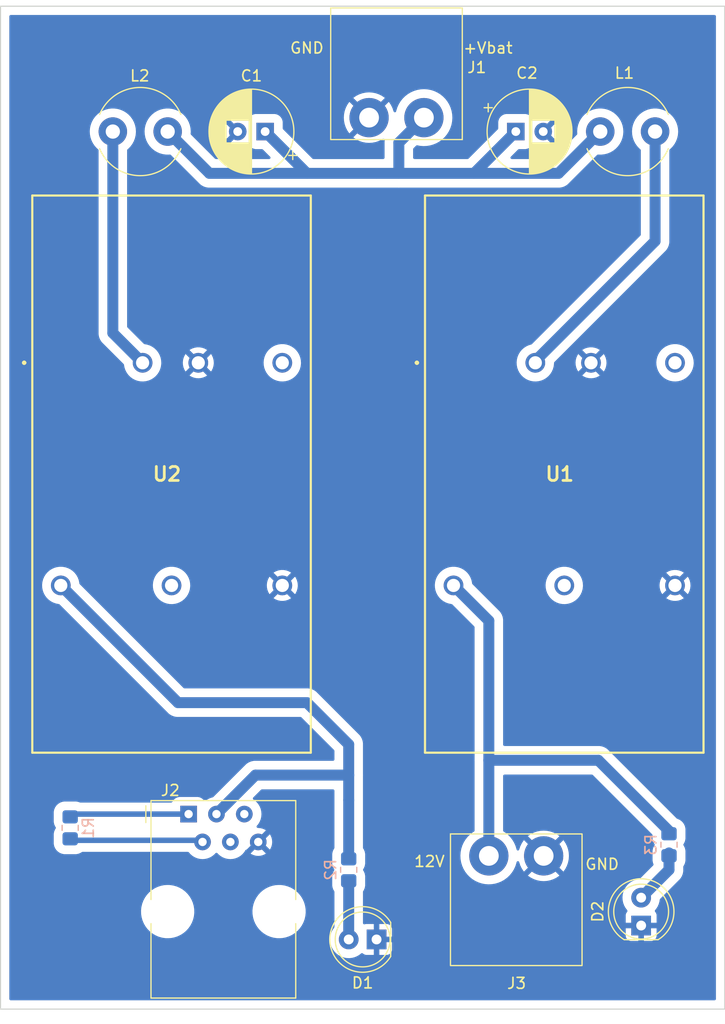
<source format=kicad_pcb>
(kicad_pcb (version 20211014) (generator pcbnew)
  (layers (0 "F.Cu" signal) (31 "B.Cu" signal) (34 "B.Paste" user) (35 "F.Paste" user) (36 "B.SilkS" user "B.Silkscreen") (37 "F.SilkS" user "F.Silkscreen") (38 "B.Mask" user) (39 "F.Mask" user) (44 "Edge.Cuts" user))
  (net 0 "")
  (net 1 "V_batt")
  (net 2 "GND")
  (net 3 "+12V")
  (net 4 "CAN_L")
  (net 5 "CAN_H")
  (net 6 "+5V")
  (net 7 "Net-(D1-Pad2)")
  (net 8 "Net-(D2-Pad2)")
  (net 9 "Net-(L1-Pad2)")
  (net 10 "Net-(L2-Pad2)")
  (footprint "LED_THT:LED_D5.0mm" (layer "F.Cu") (at 138.43 110.49 180)
    (fp_text reference "D1" (at 1.27 -3.96) (layer "F.SilkS"))
    (fp_text value "LED")
    (fp_line (start -1.29 -1.545) (end -1.29 1.545) (layer "F.SilkS") (width 0.12))
    (fp_arc (start -1.29 -1.54483) (mid 2.072002 -2.880433) (end 4.26 0.000462) (layer "F.SilkS") (width 0.12))
    (fp_arc (start 4.26 -0.000462) (mid 2.072002 2.880433) (end -1.29 1.54483) (layer "F.SilkS") (width 0.12))
    (fp_circle (center 1.27 0) (end 3.77 0) (layer "F.SilkS") (width 0.12) (fill none))
    (pad "1" thru_hole rect (at 0 0 180) (size 1.8 1.8) (drill 0.9) (layers *.Cu *.Mask) (net 2 "GND"))
    (pad "2" thru_hole circle (at 2.54 0 180) (size 1.8 1.8) (drill 0.9) (layers *.Cu *.Mask) (net 7 "Net-(D1-Pad2)"))
  )
  (footprint "Inductor_THT:L_Radial_D7.8mm_P5.00mm_Fastron_07HCP" (layer "F.Cu") (at 158.83 36.83)
    (fp_text reference "L1" (at 2.206 -5.334) (layer "F.SilkS"))
    (fp_text value "12u")
    (fp_arc (start 6.20497 1.56) (mid 2.5 4.02) (end -1.20497 1.56) (layer "F.SilkS") (width 0.12))
    (fp_arc (start -1.20497 -1.56) (mid 2.5 -4.02) (end 6.20497 -1.56) (layer "F.SilkS") (width 0.12))
    (pad "1" thru_hole circle (at 0 0) (size 2.6 2.6) (drill 1.3) (layers *.Cu *.Mask) (net 1 "V_batt"))
    (pad "2" thru_hole circle (at 5 0) (size 2.6 2.6) (drill 1.3) (layers *.Cu *.Mask) (net 9 "Net-(L1-Pad2)"))
  )
  (footprint "Robot:RJ12" (layer "F.Cu") (at 121.29 99.06)
    (fp_text reference "J2" (at -1.67 -2.16) (layer "F.SilkS"))
    (fp_text value "RJ_can")
    (fp_line (start -3.43 -1.23) (end 9.77 -1.23) (layer "F.SilkS") (width 0.12))
    (fp_line (start 9.77 16.77) (end -3.43 16.77) (layer "F.SilkS") (width 0.12))
    (fp_line (start -3.43 7.72) (end -3.43 7.79) (layer "F.SilkS") (width 0.1))
    (fp_line (start -3.43 7.79) (end -3.43 -1.23) (layer "F.SilkS") (width 0.12))
    (fp_line (start 9.77 -1.23) (end 9.77 7.79) (layer "F.SilkS") (width 0.12))
    (fp_line (start 9.77 16.77) (end 9.77 9.99) (layer "F.SilkS") (width 0.12))
    (fp_line (start -3.9 0.77) (end -3.9 -0.76) (layer "F.SilkS") (width 0.12))
    (fp_line (start 9.77 16.65) (end 9.77 16.77) (layer "F.SilkS") (width 0.1))
    (fp_line (start -3.43 16.77) (end -3.43 9.99) (layer "F.SilkS") (width 0.12))
    (fp_line (start 9.77 16.76) (end 9.77 16.77) (layer "F.SilkS") (width 0.1))
    (pad "" np_thru_hole circle (at 8.25 8.89) (size 3.25 3.25) (drill 3.25) (layers *.Cu *.Mask))
    (pad "" np_thru_hole circle (at -1.91 8.89) (size 3.25 3.25) (drill 3.25) (layers *.Cu *.Mask))
    (pad "1" thru_hole rect (at 0 0) (size 1.52 1.52) (drill 0.76) (layers *.Cu *.Mask) (net 4 "CAN_L"))
    (pad "2" thru_hole circle (at 1.27 2.54) (size 1.52 1.52) (drill 0.76) (layers *.Cu *.Mask) (net 5 "CAN_H"))
    (pad "3" thru_hole circle (at 2.54 0) (size 1.52 1.52) (drill 0.76) (layers *.Cu *.Mask) (net 6 "+5V"))
    (pad "4" thru_hole circle (at 3.81 2.54) (size 1.52 1.52) (drill 0.76) (layers *.Cu *.Mask))
    (pad "5" thru_hole circle (at 5.08 0) (size 1.52 1.52) (drill 0.76) (layers *.Cu *.Mask))
    (pad "6" thru_hole circle (at 6.35 2.54) (size 1.52 1.52) (drill 0.76) (layers *.Cu *.Mask) (net 2 "GND"))
  )
  (footprint "LED_THT:LED_D5.0mm" (layer "F.Cu") (at 162.56 109.22 90)
    (fp_text reference "D2" (at 1.27 -3.96 90) (layer "F.SilkS"))
    (fp_text value "LED")
    (fp_line (start -1.29 -1.545) (end -1.29 1.545) (layer "F.SilkS") (width 0.12))
    (fp_arc (start -1.29 -1.54483) (mid 2.072002 -2.880433) (end 4.26 0.000462) (layer "F.SilkS") (width 0.12))
    (fp_arc (start 4.26 -0.000462) (mid 2.072002 2.880433) (end -1.29 1.54483) (layer "F.SilkS") (width 0.12))
    (fp_circle (center 1.27 0) (end 3.77 0) (layer "F.SilkS") (width 0.12) (fill none))
    (pad "1" thru_hole rect (at 0 0 90) (size 1.8 1.8) (drill 0.9) (layers *.Cu *.Mask) (net 2 "GND"))
    (pad "2" thru_hole circle (at 2.54 0 90) (size 1.8 1.8) (drill 0.9) (layers *.Cu *.Mask) (net 8 "Net-(D2-Pad2)"))
  )
  (footprint "alimentation:JCK2012S05" (layer "F.Cu") (at 117.094 57.912)
    (fp_text reference "U2" (at 2.22 10.15) (layer "F.SilkS") (effects (font (size 1.27 1.27) (thickness 0.254))))
    (fp_text value "JCK2012S05" hide)
    (fp_line (start -10.7 0) (end -10.7 0) (layer "F.SilkS") (width 0.2))
    (fp_line (start 15.34 -15.25) (end 15.34 35.55) (layer "F.SilkS") (width 0.2))
    (fp_line (start -10.7 0) (end -10.7 0) (layer "F.SilkS") (width 0.2))
    (fp_line (start -10.9 0) (end -10.9 0) (layer "F.SilkS") (width 0.2))
    (fp_line (start -10.06 -15.25) (end 15.34 -15.25) (layer "F.SilkS") (width 0.2))
    (fp_line (start 15.34 35.55) (end -10.06 35.55) (layer "F.SilkS") (width 0.2))
    (fp_line (start -10.06 35.55) (end -10.06 -15.25) (layer "F.SilkS") (width 0.2))
    (fp_arc (start -10.9 0) (mid -10.8 -0.1) (end -10.7 0) (layer "F.SilkS") (width 0.2))
    (fp_arc (start -10.9 0) (mid -10.8 -0.1) (end -10.7 0) (layer "F.SilkS") (width 0.2))
    (fp_arc (start -10.7 0) (mid -10.8 0.1) (end -10.9 0) (layer "F.SilkS") (width 0.2))
    (pad "1" thru_hole circle (at 0 0) (size 1.8 1.8) (drill 1.2) (layers *.Cu *.Mask) (net 10 "Net-(L2-Pad2)"))
    (pad "2" thru_hole circle (at 5.08 0) (size 1.8 1.8) (drill 1.2) (layers *.Cu *.Mask) (net 2 "GND"))
    (pad "3" thru_hole circle (at -7.46 20.3) (size 1.8 1.8) (drill 1.2) (layers *.Cu *.Mask) (net 6 "+5V"))
    (pad "4" thru_hole circle (at 2.64 20.3) (size 1.8 1.8) (drill 1.2) (layers *.Cu *.Mask))
    (pad "5" thru_hole circle (at 12.74 20.3) (size 1.8 1.8) (drill 1.2) (layers *.Cu *.Mask) (net 2 "GND"))
    (pad "6" thru_hole circle (at 12.74 0) (size 1.8 1.8) (drill 1.2) (layers *.Cu *.Mask))
  )
  (footprint "Capacitor_THT:CP_Radial_D7.5mm_P2.50mm" (layer "F.Cu") (at 151.13 36.83)
    (fp_text reference "C2" (at 1.016 -5.334) (layer "F.SilkS"))
    (fp_text value "330u")
    (fp_line (start 2.251 1.04) (end 2.251 3.699) (layer "F.SilkS") (width 0.12))
    (fp_line (start 1.93 -3.77) (end 1.93 -1.04) (layer "F.SilkS") (width 0.12))
    (fp_line (start 2.171 -3.72) (end 2.171 -1.04) (layer "F.SilkS") (width 0.12))
    (fp_line (start 2.851 1.04) (end 2.851 3.484) (layer "F.SilkS") (width 0.12))
    (fp_line (start 3.371 -3.198) (end 3.371 -1.04) (layer "F.SilkS") (width 0.12))
    (fp_line (start 2.691 1.04) (end 2.691 3.553) (layer "F.SilkS") (width 0.12))
    (fp_line (start 1.37 -3.829) (end 1.37 3.829) (layer "F.SilkS") (width 0.12))
    (fp_line (start 3.531 -3.088) (end 3.531 -1.04) (layer "F.SilkS") (width 0.12))
    (fp_line (start 2.131 -3.729) (end 2.131 -1.04) (layer "F.SilkS") (width 0.12))
    (fp_line (start 2.171 1.04) (end 2.171 3.72) (layer "F.SilkS") (width 0.12))
    (fp_line (start 2.691 -3.553) (end 2.691 -1.04) (layer "F.SilkS") (width 0.12))
    (fp_line (start 5.011 -0.877) (end 5.011 0.877) (layer "F.SilkS") (width 0.12))
    (fp_line (start 2.491 -3.626) (end 2.491 -1.04) (layer "F.SilkS") (width 0.12))
    (fp_line (start 2.611 1.04) (end 2.611 3.584) (layer "F.SilkS") (width 0.12))
    (fp_line (start 2.731 -3.536) (end 2.731 -1.04) (layer "F.SilkS") (width 0.12))
    (fp_line (start 1.85 1.04) (end 1.85 3.784) (layer "F.SilkS") (width 0.12))
    (fp_line (start 4.331 -2.304) (end 4.331 2.304) (layer "F.SilkS") (width 0.12))
    (fp_line (start 1.81 -3.79) (end 1.81 -1.04) (layer "F.SilkS") (width 0.12))
    (fp_line (start 3.931 -2.752) (end 3.931 2.752) (layer "F.SilkS") (width 0.12))
    (fp_line (start 2.371 1.04) (end 2.371 3.665) (layer "F.SilkS") (width 0.12))
    (fp_line (start 3.051 1.04) (end 3.051 3.386) (layer "F.SilkS") (width 0.12))
    (fp_line (start 4.811 -1.478) (end 4.811 1.478) (layer "F.SilkS") (width 0.12))
    (fp_line (start 1.25 -3.83) (end 1.25 3.83) (layer "F.SilkS") (width 0.12))
    (fp_line (start 3.331 -3.224) (end 3.331 -1.04) (layer "F.SilkS") (width 0.12))
    (fp_line (start 2.891 1.04) (end 2.891 3.466) (layer "F.SilkS") (width 0.12))
    (fp_line (start 3.611 -3.028) (end 3.611 3.028) (layer "F.SilkS") (width 0.12))
    (fp_line (start 3.211 1.04) (end 3.211 3.297) (layer "F.SilkS") (width 0.12))
    (fp_line (start 3.251 1.04) (end 3.251 3.274) (layer "F.SilkS") (width 0.12))
    (fp_line (start 1.85 -3.784) (end 1.85 -1.04) (layer "F.SilkS") (width 0.12))
    (fp_line (start 1.77 -3.795) (end 1.77 -1.04) (layer "F.SilkS") (width 0.12))
    (fp_line (start 5.051 -0.693) (end 5.051 0.693) (layer "F.SilkS") (width 0.12))
    (fp_line (start 3.851 -2.827) (end 3.851 2.827) (layer "F.SilkS") (width 0.12))
    (fp_line (start 2.771 1.04) (end 2.771 3.52) (layer "F.SilkS") (width 0.12))
    (fp_line (start 2.651 1.04) (end 2.651 3.568) (layer "F.SilkS") (width 0.12))
    (fp_line (start 4.211 -2.454) (end 4.211 2.454) (layer "F.SilkS") (width 0.12))
    (fp_line (start 2.091 -3.738) (end 2.091 -1.04) (layer "F.SilkS") (width 0.12))
    (fp_line (start 1.89 -3.777) (end 1.89 -1.04) (layer "F.SilkS") (width 0.12))
    (fp_line (start 1.49 -3.823) (end 1.49 -1.04) (layer "F.SilkS") (width 0.12))
    (fp_line (start 2.811 1.04) (end 2.811 3.502) (layer "F.SilkS") (width 0.12))
    (fp_line (start 4.851 -1.381) (end 4.851 1.381) (layer "F.SilkS") (width 0.12))
    (fp_line (start 3.291 1.04) (end 3.291 3.249) (layer "F.SilkS") (width 0.12))
    (fp_line (start 2.211 1.04) (end 2.211 3.71) (layer "F.SilkS") (width 0.12))
    (fp_line (start 5.091 -0.441) (end 5.091 0.441) (layer "F.SilkS") (width 0.12))
    (fp_line (start 4.371 -2.25) (end 4.371 2.25) (layer "F.SilkS") (width 0.12))
    (fp_line (start 2.571 1.04) (end 2.571 3.598) (layer "F.SilkS") (width 0.12))
    (fp_line (start 1.49 1.04) (end 1.49 3.823) (layer "F.SilkS") (width 0.12))
    (fp_line (start 2.411 1.04) (end 2.411 3.653) (layer "F.SilkS") (width 0.12))
    (fp_line (start 4.291 -2.355) (end 4.291 2.355) (layer "F.SilkS") (width 0.12))
    (fp_line (start 2.491 1.04) (end 2.491 3.626) (layer "F.SilkS") (width 0.12))
    (fp_line (start 3.091 1.04) (end 3.091 3.365) (layer "F.SilkS") (width 0.12))
    (fp_line (start 1.57 -3.817) (end 1.57 -1.04) (layer "F.SilkS") (width 0.12))
    (fp_line (start 4.051 -2.632) (end 4.051 2.632) (layer "F.SilkS") (width 0.12))
    (fp_line (start 1.61 1.04) (end 1.61 3.814) (layer "F.SilkS") (width 0.12))
    (fp_line (start 2.811 -3.502) (end 2.811 -1.04) (layer "F.SilkS") (width 0.12))
    (fp_line (start 4.451 -2.137) (end 4.451 2.137) (layer "F.SilkS") (width 0.12))
    (fp_line (start 1.65 -3.81) (end 1.65 -1.04) (layer "F.SilkS") (width 0.12))
    (fp_line (start 1.61 -3.814) (end 1.61 -1.04) (layer "F.SilkS") (width 0.12))
    (fp_line (start 3.371 1.04) (end 3.371 3.198) (layer "F.SilkS") (width 0.12))
    (fp_line (start 2.571 -3.598) (end 2.571 -1.04) (layer "F.SilkS") (width 0.12))
    (fp_line (start 3.131 -3.343) (end 3.131 -1.04) (layer "F.SilkS") (width 0.12))
    (fp_line (start 4.491 -2.077) (end 4.491 2.077) (layer "F.SilkS") (width 0.12))
    (fp_line (start 3.491 -3.116) (end 3.491 -1.04) (layer "F.SilkS") (width 0.12))
    (fp_line (start 2.731 1.04) (end 2.731 3.536) (layer "F.SilkS") (width 0.12))
    (fp_line (start 2.011 -3.755) (end 2.011 -1.04) (layer "F.SilkS") (width 0.12))
    (fp_line (start 3.491 1.04) (end 3.491 3.116) (layer "F.SilkS") (width 0.12))
    (fp_line (start 2.011 1.04) (end 2.011 3.755) (layer "F.SilkS") (width 0.12))
    (fp_line (start 2.891 -3.466) (end 2.891 -1.04) (layer "F.SilkS") (width 0.12))
    (fp_line (start 4.091 -2.589) (end 4.091 2.589) (layer "F.SilkS") (width 0.12))
    (fp_line (start 3.051 -3.386) (end 3.051 -1.04) (layer "F.SilkS") (width 0.12))
    (fp_line (start 3.171 1.04) (end 3.171 3.321) (layer "F.SilkS") (width 0.12))
    (fp_line (start 2.771 -3.52) (end 2.771 -1.04) (layer "F.SilkS") (width 0.12))
    (fp_line (start 2.051 -3.747) (end 2.051 -1.04) (layer "F.SilkS") (width 0.12))
    (fp_line (start 3.091 -3.365) (end 3.091 -1.04) (layer "F.SilkS") (width 0.12))
    (fp_line (start -2.517211 -2.55) (end -2.517211 -1.8) (layer "F.SilkS") (width 0.12))
    (fp_line (start 2.531 -3.613) (end 2.531 -1.04) (layer "F.SilkS") (width 0.12))
    (fp_line (start 3.771 -2.898) (end 3.771 2.898) (layer "F.SilkS") (width 0.12))
    (fp_line (start 2.931 1.04) (end 2.931 3.447) (layer "F.SilkS") (width 0.12))
    (fp_line (start 4.651 -1.809) (end 4.651 1.809) (layer "F.SilkS") (width 0.12))
    (fp_line (start 4.131 -2.546) (end 4.131 2.546) (layer "F.SilkS") (width 0.12))
    (fp_line (start 3.971 -2.713) (end 3.971 2.713) (layer "F.SilkS") (width 0.12))
    (fp_line (start 2.971 -3.427) (end 2.971 -1.04) (layer "F.SilkS") (width 0.12))
    (fp_line (start 1.971 -3.763) (end 1.971 -1.04) (layer "F.SilkS") (width 0.12))
    (fp_line (start 1.41 -3.827) (end 1.41 3.827) (layer "F.SilkS") (width 0.12))
    (fp_line (start 1.57 1.04) (end 1.57 3.817) (layer "F.SilkS") (width 0.12))
    (fp_line (start 4.611 -1.881) (end 4.611 1.881) (layer "F.SilkS") (width 0.12))
    (fp_line (start 3.411 1.04) (end 3.411 3.172) (layer "F.SilkS") (width 0.12))
    (fp_line (start -2.892211 -2.175) (end -2.142211 -2.175) (layer "F.SilkS") (width 0.12))
    (fp_line (start 1.77 1.04) (end 1.77 3.795) (layer "F.SilkS") (width 0.12))
    (fp_line (start 3.531 1.04) (end 3.531 3.088) (layer "F.SilkS") (width 0.12))
    (fp_line (start 1.73 -3.801) (end 1.73 -1.04) (layer "F.SilkS") (width 0.12))
    (fp_line (start 1.93 1.04) (end 1.93 3.77) (layer "F.SilkS") (width 0.12))
    (fp_line (start 1.33 -3.83) (end 1.33 3.83) (layer "F.SilkS") (width 0.12))
    (fp_line (start 4.171 -2.5) (end 4.171 2.5) (layer "F.SilkS") (width 0.12))
    (fp_line (start 2.451 1.04) (end 2.451 3.64) (layer "F.SilkS") (width 0.12))
    (fp_line (start 3.411 -3.172) (end 3.411 -1.04) (layer "F.SilkS") (width 0.12))
    (fp_line (start 2.291 -3.688) (end 2.291 -1.04) (layer "F.SilkS") (width 0.12))
    (fp_line (start 3.171 -3.321) (end 3.171 -1.04) (layer "F.SilkS") (width 0.12))
    (fp_line (start 2.971 1.04) (end 2.971 3.427) (layer "F.SilkS") (width 0.12))
    (fp_line (start 4.691 -1.733) (end 4.691 1.733) (layer "F.SilkS") (width 0.12))
    (fp_line (start 4.251 -2.405) (end 4.251 2.405) (layer "F.SilkS") (width 0.12))
    (fp_line (start 4.411 -2.195) (end 4.411 2.195) (layer "F.SilkS") (width 0.12))
    (fp_line (start 3.451 1.04) (end 3.451 3.144) (layer "F.SilkS") (width 0.12))
    (fp_line (start 4.931 -1.158) (end 4.931 1.158) (layer "F.SilkS") (width 0.12))
    (fp_line (start 2.331 -3.677) (end 2.331 -1.04) (layer "F.SilkS") (width 0.12))
    (fp_line (start 3.731 -2.931) (end 3.731 2.931) (layer "F.SilkS") (width 0.12))
    (fp_line (start 3.251 -3.274) (end 3.251 -1.04) (layer "F.SilkS") (width 0.12))
    (fp_line (start 2.131 1.04) (end 2.131 3.729) (layer "F.SilkS") (width 0.12))
    (fp_line (start 2.291 1.04) (end 2.291 3.688) (layer "F.SilkS") (width 0.12))
    (fp_line (start 3.651 -2.996) (end 3.651 2.996) (layer "F.SilkS") (width 0.12))
    (fp_line (start 2.451 -3.64) (end 2.451 -1.04) (layer "F.SilkS") (width 0.12))
    (fp_line (start 1.65 1.04) (end 1.65 3.81) (layer "F.SilkS") (width 0.12))
    (fp_line (start 4.731 -1.654) (end 4.731 1.654) (layer "F.SilkS") (width 0.12))
    (fp_line (start 3.211 -3.297) (end 3.211 -1.04) (layer "F.SilkS") (width 0.12))
    (fp_line (start 4.571 -1.949) (end 4.571 1.949) (layer "F.SilkS") (width 0.12))
    (fp_line (start 1.73 1.04) (end 1.73 3.801) (layer "F.SilkS") (width 0.12))
    (fp_line (start 2.051 1.04) (end 2.051 3.747) (layer "F.SilkS") (width 0.12))
    (fp_line (start 3.571 -3.058) (end 3.571 3.058) (layer "F.SilkS") (width 0.12))
    (fp_line (start 4.891 -1.275) (end 4.891 1.275) (layer "F.SilkS") (width 0.12))
    (fp_line (start 1.971 1.04) (end 1.971 3.763) (layer "F.SilkS") (width 0.12))
    (fp_line (start 2.251 -3.699) (end 2.251 -1.04) (layer "F.SilkS") (width 0.12))
    (fp_line (start 3.451 -3.144) (end 3.451 -1.04) (layer "F.SilkS") (width 0.12))
    (fp_line (start 2.931 -3.447) (end 2.931 -1.04) (layer "F.SilkS") (width 0.12))
    (fp_line (start 1.89 1.04) (end 1.89 3.777) (layer "F.SilkS") (width 0.12))
    (fp_line (start 2.531 1.04) (end 2.531 3.613) (layer "F.SilkS") (width 0.12))
    (fp_line (start 3.131 1.04) (end 3.131 3.343) (layer "F.SilkS") (width 0.12))
    (fp_line (start 2.411 -3.653) (end 2.411 -1.04) (layer "F.SilkS") (width 0.12))
    (fp_line (start 3.691 -2.964) (end 3.691 2.964) (layer "F.SilkS") (width 0.12))
    (fp_line (start 3.811 -2.863) (end 3.811 2.863) (layer "F.SilkS") (width 0.12))
    (fp_line (start 4.771 -1.569) (end 4.771 1.569) (layer "F.SilkS") (width 0.12))
    (fp_line (start 1.81 1.04) (end 1.81 3.79) (layer "F.SilkS") (width 0.12))
    (fp_line (start 2.851 -3.484) (end 2.851 -1.04) (layer "F.SilkS") (width 0.12))
    (fp_line (start 2.651 -3.568) (end 2.651 -1.04) (layer "F.SilkS") (width 0.12))
    (fp_line (start 1.53 -3.82) (end 1.53 -1.04) (layer "F.SilkS") (width 0.12))
    (fp_line (start 4.531 -2.014) (end 4.531 2.014) (layer "F.SilkS") (width 0.12))
    (fp_line (start 2.211 -3.71) (end 2.211 -1.04) (layer "F.SilkS") (width 0.12))
    (fp_line (start 3.331 1.04) (end 3.331 3.224) (layer "F.SilkS") (width 0.12))
    (fp_line (start 1.45 -3.825) (end 1.45 3.825) (layer "F.SilkS") (width 0.12))
    (fp_line (start 1.53 1.04) (end 1.53 3.82) (layer "F.SilkS") (width 0.12))
    (fp_line (start 3.891 -2.79) (end 3.891 2.79) (layer "F.SilkS") (width 0.12))
    (fp_line (start 4.011 -2.673) (end 4.011 2.673) (layer "F.SilkS") (width 0.12))
    (fp_line (start 2.371 -3.665) (end 2.371 -1.04) (layer "F.SilkS") (width 0.12))
    (fp_line (start 1.69 1.04) (end 1.69 3.805) (layer "F.SilkS") (width 0.12))
    (fp_line (start 1.29 -3.83) (end 1.29 3.83) (layer "F.SilkS") (width 0.12))
    (fp_line (start 3.291 -3.249) (end 3.291 -1.04) (layer "F.SilkS") (width 0.12))
    (fp_line (start 2.091 1.04) (end 2.091 3.738) (layer "F.SilkS") (width 0.12))
    (fp_line (start 3.011 1.04) (end 3.011 3.407) (layer "F.SilkS") (width 0.12))
    (fp_line (start 2.331 1.04) (end 2.331 3.677) (layer "F.SilkS") (width 0.12))
    (fp_line (start 2.611 -3.584) (end 2.611 -1.04) (layer "F.SilkS") (width 0.12))
    (fp_line (start 3.011 -3.407) (end 3.011 -1.04) (layer "F.SilkS") (width 0.12))
    (fp_line (start 1.69 -3.805) (end 1.69 -1.04) (layer "F.SilkS") (width 0.12))
    (fp_line (start 4.971 -1.028) (end 4.971 1.028) (layer "F.SilkS") (width 0.12))
    (fp_circle (center 1.25 0) (end 5.12 0) (layer "F.SilkS") (width 0.12) (fill none))
    (pad "1" thru_hole rect (at 0 0) (size 1.6 1.6) (drill 0.8) (layers *.Cu *.Mask) (net 1 "V_batt"))
    (pad "2" thru_hole circle (at 2.5 0) (size 1.6 1.6) (drill 0.8) (layers *.Cu *.Mask) (net 2 "GND"))
  )
  (footprint "Inductor_THT:L_Radial_D7.8mm_P5.00mm_Fastron_07HCP" (layer "F.Cu") (at 119.38 36.83 180)
    (fp_text reference "L2" (at 2.54 5.08) (layer "F.SilkS"))
    (fp_text value "12u")
    (fp_arc (start 6.20497 1.56) (mid 2.5 4.02) (end -1.20497 1.56) (layer "F.SilkS") (width 0.12))
    (fp_arc (start -1.20497 -1.56) (mid 2.5 -4.02) (end 6.20497 -1.56) (layer "F.SilkS") (width 0.12))
    (pad "1" thru_hole circle (at 0 0 180) (size 2.6 2.6) (drill 1.3) (layers *.Cu *.Mask) (net 1 "V_batt"))
    (pad "2" thru_hole circle (at 5 0 180) (size 2.6 2.6) (drill 1.3) (layers *.Cu *.Mask) (net 10 "Net-(L2-Pad2)"))
  )
  (footprint "alimentation:JCK2012S05" (layer "F.Cu") (at 152.908 57.912)
    (fp_text reference "U1" (at 2.22 10.15) (layer "F.SilkS") (effects (font (size 1.27 1.27) (thickness 0.254))))
    (fp_text value "JCK2012S12" hide)
    (fp_line (start -10.7 0) (end -10.7 0) (layer "F.SilkS") (width 0.2))
    (fp_line (start 15.34 35.55) (end -10.06 35.55) (layer "F.SilkS") (width 0.2))
    (fp_line (start 15.34 -15.25) (end 15.34 35.55) (layer "F.SilkS") (width 0.2))
    (fp_line (start -10.9 0) (end -10.9 0) (layer "F.SilkS") (width 0.2))
    (fp_line (start -10.7 0) (end -10.7 0) (layer "F.SilkS") (width 0.2))
    (fp_line (start -10.06 35.55) (end -10.06 -15.25) (layer "F.SilkS") (width 0.2))
    (fp_line (start -10.06 -15.25) (end 15.34 -15.25) (layer "F.SilkS") (width 0.2))
    (fp_arc (start -10.9 0) (mid -10.8 -0.1) (end -10.7 0) (layer "F.SilkS") (width 0.2))
    (fp_arc (start -10.9 0) (mid -10.8 -0.1) (end -10.7 0) (layer "F.SilkS") (width 0.2))
    (fp_arc (start -10.7 0) (mid -10.8 0.1) (end -10.9 0) (layer "F.SilkS") (width 0.2))
    (pad "1" thru_hole circle (at 0 0) (size 1.8 1.8) (drill 1.2) (layers *.Cu *.Mask) (net 9 "Net-(L1-Pad2)"))
    (pad "2" thru_hole circle (at 5.08 0) (size 1.8 1.8) (drill 1.2) (layers *.Cu *.Mask) (net 2 "GND"))
    (pad "3" thru_hole circle (at -7.46 20.3) (size 1.8 1.8) (drill 1.2) (layers *.Cu *.Mask) (net 3 "+12V"))
    (pad "4" thru_hole circle (at 2.64 20.3) (size 1.8 1.8) (drill 1.2) (layers *.Cu *.Mask))
    (pad "5" thru_hole circle (at 12.74 20.3) (size 1.8 1.8) (drill 1.2) (layers *.Cu *.Mask) (net 2 "GND"))
    (pad "6" thru_hole circle (at 12.74 0) (size 1.8 1.8) (drill 1.2) (layers *.Cu *.Mask))
  )
  (footprint "Robot:WR_TBL_3137_2pins" (layer "F.Cu") (at 140.2155 31.56 180)
    (fp_text reference "J1" (at -7.3585 0.572 unlocked) (layer "F.SilkS"))
    (fp_text value "connector_battery")
    (fp_rect (start -6.0325 -6) (end 5.9675 6) (layer "F.SilkS") (width 0.12) (fill none))
    (pad "1" thru_hole circle (at -2.5325 -4) (size 3.58 3.58) (drill 1.8) (layers *.Cu *.Mask) (net 1 "V_batt"))
    (pad "2" thru_hole circle (at 2.4675 -4) (size 3.58 3.58) (drill 1.8) (layers *.Cu *.Mask) (net 2 "GND"))
  )
  (footprint "Capacitor_THT:CP_Radial_D7.5mm_P2.50mm" (layer "F.Cu") (at 128.27 36.83 180)
    (fp_text reference "C1" (at 1.25 5.08) (layer "F.SilkS"))
    (fp_text value "330u")
    (fp_line (start 2.691 -3.553) (end 2.691 -1.04) (layer "F.SilkS") (width 0.12))
    (fp_line (start 4.251 -2.405) (end 4.251 2.405) (layer "F.SilkS") (width 0.12))
    (fp_line (start 1.73 1.04) (end 1.73 3.801) (layer "F.SilkS") (width 0.12))
    (fp_line (start 3.331 -3.224) (end 3.331 -1.04) (layer "F.SilkS") (width 0.12))
    (fp_line (start 3.971 -2.713) (end 3.971 2.713) (layer "F.SilkS") (width 0.12))
    (fp_line (start 1.971 -3.763) (end 1.971 -1.04) (layer "F.SilkS") (width 0.12))
    (fp_line (start 1.57 -3.817) (end 1.57 -1.04) (layer "F.SilkS") (width 0.12))
    (fp_line (start 4.451 -2.137) (end 4.451 2.137) (layer "F.SilkS") (width 0.12))
    (fp_line (start 2.491 1.04) (end 2.491 3.626) (layer "F.SilkS") (width 0.12))
    (fp_line (start 2.451 -3.64) (end 2.451 -1.04) (layer "F.SilkS") (width 0.12))
    (fp_line (start 2.811 1.04) (end 2.811 3.502) (layer "F.SilkS") (width 0.12))
    (fp_line (start 3.011 1.04) (end 3.011 3.407) (layer "F.SilkS") (width 0.12))
    (fp_line (start 1.49 -3.823) (end 1.49 -1.04) (layer "F.SilkS") (width 0.12))
    (fp_line (start 3.571 -3.058) (end 3.571 3.058) (layer "F.SilkS") (width 0.12))
    (fp_line (start 1.53 1.04) (end 1.53 3.82) (layer "F.SilkS") (width 0.12))
    (fp_line (start 4.371 -2.25) (end 4.371 2.25) (layer "F.SilkS") (width 0.12))
    (fp_line (start 2.211 1.04) (end 2.211 3.71) (layer "F.SilkS") (width 0.12))
    (fp_line (start 2.931 -3.447) (end 2.931 -1.04) (layer "F.SilkS") (width 0.12))
    (fp_line (start 4.891 -1.275) (end 4.891 1.275) (layer "F.SilkS") (width 0.12))
    (fp_line (start 4.131 -2.546) (end 4.131 2.546) (layer "F.SilkS") (width 0.12))
    (fp_line (start 4.851 -1.381) (end 4.851 1.381) (layer "F.SilkS") (width 0.12))
    (fp_line (start 3.291 1.04) (end 3.291 3.249) (layer "F.SilkS") (width 0.12))
    (fp_line (start 1.61 1.04) (end 1.61 3.814) (layer "F.SilkS") (width 0.12))
    (fp_line (start 3.091 1.04) (end 3.091 3.365) (layer "F.SilkS") (width 0.12))
    (fp_line (start 1.37 -3.829) (end 1.37 3.829) (layer "F.SilkS") (width 0.12))
    (fp_line (start 3.091 -3.365) (end 3.091 -1.04) (layer "F.SilkS") (width 0.12))
    (fp_line (start 2.651 1.04) (end 2.651 3.568) (layer "F.SilkS") (width 0.12))
    (fp_line (start 4.091 -2.589) (end 4.091 2.589) (layer "F.SilkS") (width 0.12))
    (fp_line (start 5.091 -0.441) (end 5.091 0.441) (layer "F.SilkS") (width 0.12))
    (fp_line (start 5.011 -0.877) (end 5.011 0.877) (layer "F.SilkS") (width 0.12))
    (fp_line (start 2.811 -3.502) (end 2.811 -1.04) (layer "F.SilkS") (width 0.12))
    (fp_line (start 3.371 1.04) (end 3.371 3.198) (layer "F.SilkS") (width 0.12))
    (fp_line (start 1.85 -3.784) (end 1.85 -1.04) (layer "F.SilkS") (width 0.12))
    (fp_line (start 2.891 -3.466) (end 2.891 -1.04) (layer "F.SilkS") (width 0.12))
    (fp_line (start 2.851 1.04) (end 2.851 3.484) (layer "F.SilkS") (width 0.12))
    (fp_line (start 1.65 1.04) (end 1.65 3.81) (layer "F.SilkS") (width 0.12))
    (fp_line (start 1.65 -3.81) (end 1.65 -1.04) (layer "F.SilkS") (width 0.12))
    (fp_line (start 3.251 -3.274) (end 3.251 -1.04) (layer "F.SilkS") (width 0.12))
    (fp_line (start 4.291 -2.355) (end 4.291 2.355) (layer "F.SilkS") (width 0.12))
    (fp_line (start 2.331 -3.677) (end 2.331 -1.04) (layer "F.SilkS") (width 0.12))
    (fp_line (start 2.131 1.04) (end 2.131 3.729) (layer "F.SilkS") (width 0.12))
    (fp_line (start 2.611 1.04) (end 2.611 3.584) (layer "F.SilkS") (width 0.12))
    (fp_line (start 1.77 1.04) (end 1.77 3.795) (layer "F.SilkS") (width 0.12))
    (fp_line (start 2.011 1.04) (end 2.011 3.755) (layer "F.SilkS") (width 0.12))
    (fp_line (start 1.69 1.04) (end 1.69 3.805) (layer "F.SilkS") (width 0.12))
    (fp_line (start 3.771 -2.898) (end 3.771 2.898) (layer "F.SilkS") (width 0.12))
    (fp_line (start 4.211 -2.454) (end 4.211 2.454) (layer "F.SilkS") (width 0.12))
    (fp_line (start 1.89 1.04) (end 1.89 3.777) (layer "F.SilkS") (width 0.12))
    (fp_line (start 4.411 -2.195) (end 4.411 2.195) (layer "F.SilkS") (width 0.12))
    (fp_line (start 2.131 -3.729) (end 2.131 -1.04) (layer "F.SilkS") (width 0.12))
    (fp_line (start 3.451 -3.144) (end 3.451 -1.04) (layer "F.SilkS") (width 0.12))
    (fp_line (start 2.891 1.04) (end 2.891 3.466) (layer "F.SilkS") (width 0.12))
    (fp_line (start 4.051 -2.632) (end 4.051 2.632) (layer "F.SilkS") (width 0.12))
    (fp_line (start 2.051 1.04) (end 2.051 3.747) (layer "F.SilkS") (width 0.12))
    (fp_line (start 1.971 1.04) (end 1.971 3.763) (layer "F.SilkS") (width 0.12))
    (fp_line (start 2.531 -3.613) (end 2.531 -1.04) (layer "F.SilkS") (width 0.12))
    (fp_line (start 2.171 1.04) (end 2.171 3.72) (layer "F.SilkS") (width 0.12))
    (fp_line (start 2.371 1.04) (end 2.371 3.665) (layer "F.SilkS") (width 0.12))
    (fp_line (start 4.011 -2.673) (end 4.011 2.673) (layer "F.SilkS") (width 0.12))
    (fp_line (start 2.651 -3.568) (end 2.651 -1.04) (layer "F.SilkS") (width 0.12))
    (fp_line (start 1.45 -3.825) (end 1.45 3.825) (layer "F.SilkS") (width 0.12))
    (fp_line (start 3.251 1.04) (end 3.251 3.274) (layer "F.SilkS") (width 0.12))
    (fp_line (start 2.411 -3.653) (end 2.411 -1.04) (layer "F.SilkS") (width 0.12))
    (fp_line (start 3.611 -3.028) (end 3.611 3.028) (layer "F.SilkS") (width 0.12))
    (fp_line (start 3.171 -3.321) (end 3.171 -1.04) (layer "F.SilkS") (width 0.12))
    (fp_line (start -2.892211 -2.175) (end -2.142211 -2.175) (layer "F.SilkS") (width 0.12))
    (fp_line (start 4.731 -1.654) (end 4.731 1.654) (layer "F.SilkS") (width 0.12))
    (fp_line (start 1.77 -3.795) (end 1.77 -1.04) (layer "F.SilkS") (width 0.12))
    (fp_line (start 3.051 -3.386) (end 3.051 -1.04) (layer "F.SilkS") (width 0.12))
    (fp_line (start 3.531 -3.088) (end 3.531 -1.04) (layer "F.SilkS") (width 0.12))
    (fp_line (start 2.371 -3.665) (end 2.371 -1.04) (layer "F.SilkS") (width 0.12))
    (fp_line (start 3.851 -2.827) (end 3.851 2.827) (layer "F.SilkS") (width 0.12))
    (fp_line (start 4.571 -1.949) (end 4.571 1.949) (layer "F.SilkS") (width 0.12))
    (fp_line (start 4.611 -1.881) (end 4.611 1.881) (layer "F.SilkS") (width 0.12))
    (fp_line (start 4.651 -1.809) (end 4.651 1.809) (layer "F.SilkS") (width 0.12))
    (fp_line (start 3.811 -2.863) (end 3.811 2.863) (layer "F.SilkS") (width 0.12))
    (fp_line (start 2.291 -3.688) (end 2.291 -1.04) (layer "F.SilkS") (width 0.12))
    (fp_line (start 1.41 -3.827) (end 1.41 3.827) (layer "F.SilkS") (width 0.12))
    (fp_line (start 4.491 -2.077) (end 4.491 2.077) (layer "F.SilkS") (width 0.12))
    (fp_line (start 2.571 -3.598) (end 2.571 -1.04) (layer "F.SilkS") (width 0.12))
    (fp_line (start 1.81 1.04) (end 1.81 3.79) (layer "F.SilkS") (width 0.12))
    (fp_line (start 1.49 1.04) (end 1.49 3.823) (layer "F.SilkS") (width 0.12))
    (fp_line (start 1.85 1.04) (end 1.85 3.784) (layer "F.SilkS") (width 0.12))
    (fp_line (start 2.491 -3.626) (end 2.491 -1.04) (layer "F.SilkS") (width 0.12))
    (fp_line (start 3.731 -2.931) (end 3.731 2.931) (layer "F.SilkS") (width 0.12))
    (fp_line (start 1.69 -3.805) (end 1.69 -1.04) (layer "F.SilkS") (width 0.12))
    (fp_line (start 4.691 -1.733) (end 4.691 1.733) (layer "F.SilkS") (width 0.12))
    (fp_line (start 1.61 -3.814) (end 1.61 -1.04) (layer "F.SilkS") (width 0.12))
    (fp_line (start 2.691 1.04) (end 2.691 3.553) (layer "F.SilkS") (width 0.12))
    (fp_line (start 2.411 1.04) (end 2.411 3.653) (layer "F.SilkS") (width 0.12))
    (fp_line (start 2.331 1.04) (end 2.331 3.677) (layer "F.SilkS") (width 0.12))
    (fp_line (start 1.25 -3.83) (end 1.25 3.83) (layer "F.SilkS") (width 0.12))
    (fp_line (start 5.051 -0.693) (end 5.051 0.693) (layer "F.SilkS") (width 0.12))
    (fp_line (start 4.811 -1.478) (end 4.811 1.478) (layer "F.SilkS") (width 0.12))
    (fp_line (start 3.211 -3.297) (end 3.211 -1.04) (layer "F.SilkS") (width 0.12))
    (fp_line (start 4.971 -1.028) (end 4.971 1.028) (layer "F.SilkS") (width 0.12))
    (fp_line (start 1.73 -3.801) (end 1.73 -1.04) (layer "F.SilkS") (width 0.12))
    (fp_line (start 2.611 -3.584) (end 2.611 -1.04) (layer "F.SilkS") (width 0.12))
    (fp_line (start 2.771 -3.52) (end 2.771 -1.04) (layer "F.SilkS") (width 0.12))
    (fp_line (start 3.211 1.04) (end 3.211 3.297) (layer "F.SilkS") (width 0.12))
    (fp_line (start 3.491 -3.116) (end 3.491 -1.04) (layer "F.SilkS") (width 0.12))
    (fp_line (start 2.011 -3.755) (end 2.011 -1.04) (layer "F.SilkS") (width 0.12))
    (fp_line (start 3.371 -3.198) (end 3.371 -1.04) (layer "F.SilkS") (width 0.12))
    (fp_line (start -2.517211 -2.55) (end -2.517211 -1.8) (layer "F.SilkS") (width 0.12))
    (fp_line (start 2.531 1.04) (end 2.531 3.613) (layer "F.SilkS") (width 0.12))
    (fp_line (start 2.731 -3.536) (end 2.731 -1.04) (layer "F.SilkS") (width 0.12))
    (fp_line (start 2.211 -3.71) (end 2.211 -1.04) (layer "F.SilkS") (width 0.12))
    (fp_line (start 2.971 -3.427) (end 2.971 -1.04) (layer "F.SilkS") (width 0.12))
    (fp_line (start 2.451 1.04) (end 2.451 3.64) (layer "F.SilkS") (width 0.12))
    (fp_line (start 2.291 1.04) (end 2.291 3.688) (layer "F.SilkS") (width 0.12))
    (fp_line (start 1.29 -3.83) (end 1.29 3.83) (layer "F.SilkS") (width 0.12))
    (fp_line (start 2.251 -3.699) (end 2.251 -1.04) (layer "F.SilkS") (width 0.12))
    (fp_line (start 1.57 1.04) (end 1.57 3.817) (layer "F.SilkS") (width 0.12))
    (fp_line (start 3.131 -3.343) (end 3.131 -1.04) (layer "F.SilkS") (width 0.12))
    (fp_line (start 4.331 -2.304) (end 4.331 2.304) (layer "F.SilkS") (width 0.12))
    (fp_line (start 1.93 1.04) (end 1.93 3.77) (layer "F.SilkS") (width 0.12))
    (fp_line (start 2.571 1.04) (end 2.571 3.598) (layer "F.SilkS") (width 0.12))
    (fp_line (start 3.051 1.04) (end 3.051 3.386) (layer "F.SilkS") (width 0.12))
    (fp_line (start 3.691 -2.964) (end 3.691 2.964) (layer "F.SilkS") (width 0.12))
    (fp_line (start 3.651 -2.996) (end 3.651 2.996) (layer "F.SilkS") (width 0.12))
    (fp_line (start 2.251 1.04) (end 2.251 3.699) (layer "F.SilkS") (width 0.12))
    (fp_line (start 3.931 -2.752) (end 3.931 2.752) (layer "F.SilkS") (width 0.12))
    (fp_line (start 2.051 -3.747) (end 2.051 -1.04) (layer "F.SilkS") (width 0.12))
    (fp_line (start 4.171 -2.5) (end 4.171 2.5) (layer "F.SilkS") (width 0.12))
    (fp_line (start 2.171 -3.72) (end 2.171 -1.04) (layer "F.SilkS") (width 0.12))
    (fp_line (start 4.771 -1.569) (end 4.771 1.569) (layer "F.SilkS") (width 0.12))
    (fp_line (start 2.731 1.04) (end 2.731 3.536) (layer "F.SilkS") (width 0.12))
    (fp_line (start 3.011 -3.407) (end 3.011 -1.04) (layer "F.SilkS") (width 0.12))
    (fp_line (start 2.851 -3.484) (end 2.851 -1.04) (layer "F.SilkS") (width 0.12))
    (fp_line (start 3.291 -3.249) (end 3.291 -1.04) (layer "F.SilkS") (width 0.12))
    (fp_line (start 3.411 -3.172) (end 3.411 -1.04) (layer "F.SilkS") (width 0.12))
    (fp_line (start 2.931 1.04) (end 2.931 3.447) (layer "F.SilkS") (width 0.12))
    (fp_line (start 4.931 -1.158) (end 4.931 1.158) (layer "F.SilkS") (width 0.12))
    (fp_line (start 1.33 -3.83) (end 1.33 3.83) (layer "F.SilkS") (width 0.12))
    (fp_line (start 4.531 -2.014) (end 4.531 2.014) (layer "F.SilkS") (width 0.12))
    (fp_line (start 3.131 1.04) (end 3.131 3.343) (layer "F.SilkS") (width 0.12))
    (fp_line (start 1.89 -3.777) (end 1.89 -1.04) (layer "F.SilkS") (width 0.12))
    (fp_line (start 2.091 1.04) (end 2.091 3.738) (layer "F.SilkS") (width 0.12))
    (fp_line (start 2.971 1.04) (end 2.971 3.427) (layer "F.SilkS") (width 0.12))
    (fp_line (start 2.771 1.04) (end 2.771 3.52) (layer "F.SilkS") (width 0.12))
    (fp_line (start 3.171 1.04) (end 3.171 3.321) (layer "F.SilkS") (width 0.12))
    (fp_line (start 3.331 1.04) (end 3.331 3.224) (layer "F.SilkS") (width 0.12))
    (fp_line (start 3.891 -2.79) (end 3.891 2.79) (layer "F.SilkS") (width 0.12))
    (fp_line (start 3.451 1.04) (end 3.451 3.144) (layer "F.SilkS") (width 0.12))
    (fp_line (start 1.93 -3.77) (end 1.93 -1.04) (layer "F.SilkS") (width 0.12))
    (fp_line (start 1.53 -3.82) (end 1.53 -1.04) (layer "F.SilkS") (width 0.12))
    (fp_line (start 2.091 -3.738) (end 2.091 -1.04) (layer "F.SilkS") (width 0.12))
    (fp_line (start 1.81 -3.79) (end 1.81 -1.04) (layer "F.SilkS") (width 0.12))
    (fp_line (start 3.491 1.04) (end 3.491 3.116) (layer "F.SilkS") (width 0.12))
    (fp_line (start 3.411 1.04) (end 3.411 3.172) (layer "F.SilkS") (width 0.12))
    (fp_line (start 3.531 1.04) (end 3.531 3.088) (layer "F.SilkS") (width 0.12))
    (fp_circle (center 1.25 0) (end 5.12 0) (layer "F.SilkS") (width 0.12) (fill none))
    (pad "1" thru_hole rect (at 0 0 180) (size 1.6 1.6) (drill 0.8) (layers *.Cu *.Mask) (net 1 "V_batt"))
    (pad "2" thru_hole circle (at 2.5 0 180) (size 1.6 1.6) (drill 0.8) (layers *.Cu *.Mask) (net 2 "GND"))
  )
  (footprint "Robot:WR_TBL_3137_2pins" (layer "F.Cu") (at 151.2025 106.87)
    (fp_text reference "J3" (at 0 7.62 unlocked) (layer "F.SilkS"))
    (fp_text value "connector_battery")
    (fp_rect (start -6.0325 -6) (end 5.9675 6) (layer "F.SilkS") (width 0.12) (fill none))
    (pad "1" thru_hole circle (at -2.5325 -4 180) (size 3.58 3.58) (drill 1.8) (layers *.Cu *.Mask) (net 3 "+12V"))
    (pad "2" thru_hole circle (at 2.4675 -4 180) (size 3.58 3.58) (drill 1.8) (layers *.Cu *.Mask) (net 2 "GND"))
  )
  (footprint "Resistor_SMD:R_0805_2012Metric_Pad1.20x1.40mm_HandSolder" (layer "B.Cu") (at 165.1 101.854 -90)
    (fp_text reference "R3" (at 0 1.65 90) (layer "B.SilkS") (effects (justify mirror)))
    (fp_text value "900")
    (fp_line (start -0.227064 -0.735) (end 0.227064 -0.735) (layer "B.SilkS") (width 0.12))
    (fp_line (start -0.227064 0.735) (end 0.227064 0.735) (layer "B.SilkS") (width 0.12))
    (pad "1" smd roundrect (at -1 0 270) (size 1.2 1.4) (layers "B.Cu" "B.Paste" "B.Mask") (roundrect_rratio 0.208333) (net 3 "+12V"))
    (pad "2" smd roundrect (at 1 0 270) (size 1.2 1.4) (layers "B.Cu" "B.Paste" "B.Mask") (roundrect_rratio 0.208333) (net 8 "Net-(D2-Pad2)"))
  )
  (footprint "Resistor_SMD:R_0805_2012Metric_Pad1.20x1.40mm_HandSolder" (layer "B.Cu") (at 135.89 104.14 -90)
    (fp_text reference "R2" (at 0 1.65 90) (layer "B.SilkS") (effects (justify mirror)))
    (fp_text value "240")
    (fp_line (start -0.227064 0.735) (end 0.227064 0.735) (layer "B.SilkS") (width 0.12))
    (fp_line (start -0.227064 -0.735) (end 0.227064 -0.735) (layer "B.SilkS") (width 0.12))
    (pad "1" smd roundrect (at -1 0 270) (size 1.2 1.4) (layers "B.Cu" "B.Paste" "B.Mask") (roundrect_rratio 0.2083333333) (net 6 "+5V"))
    (pad "2" smd roundrect (at 1 0 270) (size 1.2 1.4) (layers "B.Cu" "B.Paste" "B.Mask") (roundrect_rratio 0.2083333333) (net 7 "Net-(D1-Pad2)"))
  )
  (footprint "Resistor_SMD:R_0805_2012Metric_Pad1.20x1.40mm_HandSolder" (layer "B.Cu") (at 110.49 100.314 90)
    (fp_text reference "R1" (at 0 1.65 90) (layer "B.SilkS") (effects (justify mirror)))
    (fp_text value "120")
    (fp_line (start -0.227064 0.735) (end 0.227064 0.735) (layer "B.SilkS") (width 0.12))
    (fp_line (start -0.227064 -0.735) (end 0.227064 -0.735) (layer "B.SilkS") (width 0.12))
    (pad "1" smd roundrect (at -1 0 90) (size 1.2 1.4) (layers "B.Cu" "B.Paste" "B.Mask") (roundrect_rratio 0.208333) (net 5 "CAN_H"))
    (pad "2" smd roundrect (at 1 0 90) (size 1.2 1.4) (layers "B.Cu" "B.Paste" "B.Mask") (roundrect_rratio 0.208333) (net 4 "CAN_L"))
  )
  (gr_poly (pts (xy 170.18 116.84) (xy 104.14 116.84) (xy 104.14 25.4) (xy 170.18 25.4)) (layer "Edge.Cuts") (width 0.1) (fill none))
  (gr_text "12V" (at 143.256 103.378) (layer "F.SilkS") (effects (font (size 1 1))))
  (gr_text "+Vbat" (at 148.59 29.21) (layer "F.SilkS") (effects (font (size 1 1))))
  (gr_text "GND" (at 132.08 29.21) (layer "F.SilkS") (effects (font (size 1 1))))
  (gr_text "GND" (at 159.004 103.632) (layer "F.SilkS") (effects (font (size 1 1))))
  (segment (start 147.32 40.64) (end 155.02 40.64) (width 1) (layer "B.Cu") (net 1))
  (segment (start 132.08 40.64) (end 123.19 40.64) (width 1) (layer "B.Cu") (net 1))
  (segment (start 142.748 35.56) (end 140.462 37.846) (width 1) (layer "B.Cu") (net 1))
  (segment (start 155.02 40.64) (end 158.83 36.83) (width 1) (layer "B.Cu") (net 1))
  (segment (start 123.19 40.64) (end 119.38 36.83) (width 1) (layer "B.Cu") (net 1))
  (segment (start 132.08 40.64) (end 128.27 36.83) (width 1) (layer "B.Cu") (net 1))
  (segment (start 138.43 40.64) (end 140.462 40.64) (width 1) (layer "B.Cu") (net 1))
  (segment (start 147.32 40.64) (end 151.13 36.83) (width 1) (layer "B.Cu") (net 1))
  (segment (start 140.462 40.64) (end 147.32 40.64) (width 1) (layer "B.Cu") (net 1))
  (segment (start 138.43 40.64) (end 132.08 40.64) (width 1) (layer "B.Cu") (net 1))
  (segment (start 140.462 37.846) (end 140.462 40.64) (width 1) (layer "B.Cu") (net 1))
  (segment (start 148.67 94.154) (end 148.67 102.87) (width 1) (layer "B.Cu") (net 3))
  (segment (start 165.1 100.6) (end 158.654 94.154) (width 1) (layer "B.Cu") (net 3))
  (segment (start 148.67 81.434) (end 148.67 94.154) (width 1) (layer "B.Cu") (net 3))
  (segment (start 145.448 78.212) (end 148.67 81.434) (width 1) (layer "B.Cu") (net 3))
  (segment (start 158.654 94.154) (end 148.67 94.154) (width 1) (layer "B.Cu") (net 3))
  (segment (start 110.76 99.06) (end 110.49 99.33) (width 0.5) (layer "B.Cu") (net 4))
  (segment (start 121.29 99.06) (end 110.76 99.06) (width 0.5) (layer "B.Cu") (net 4))
  (segment (start 122.56 101.45) (end 110.61 101.45) (width 0.5) (layer "B.Cu") (net 5))
  (segment (start 110.61 101.45) (end 110.49 101.33) (width 0.5) (layer "B.Cu") (net 5))
  (segment (start 127.386 95.504) (end 135.89 95.504) (width 1) (layer "B.Cu") (net 6))
  (segment (start 135.89 92.71) (end 135.89 95.504) (width 1) (layer "B.Cu") (net 6))
  (segment (start 135.89 97.79) (end 135.89 103.14) (width 1) (layer "B.Cu") (net 6))
  (segment (start 123.83 99.06) (end 127.386 95.504) (width 1) (layer "B.Cu") (net 6))
  (segment (start 109.634 78.212) (end 120.322 88.9) (width 1) (layer "B.Cu") (net 6))
  (segment (start 120.322 88.9) (end 132.08 88.9) (width 1) (layer "B.Cu") (net 6))
  (segment (start 132.08 88.9) (end 135.89 92.71) (width 1) (layer "B.Cu") (net 6))
  (segment (start 135.89 95.504) (end 135.89 97.79) (width 1) (layer "B.Cu") (net 6))
  (segment (start 135.89 105.14) (end 135.89 110.49) (width 1) (layer "B.Cu") (net 7))
  (segment (start 165.1 102.6) (end 165.1 104.14) (width 1) (layer "B.Cu") (net 8))
  (segment (start 165.1 104.14) (end 162.56 106.68) (width 1) (layer "B.Cu") (net 8))
  (segment (start 163.83 36.83) (end 163.83 46.82) (width 1) (layer "B.Cu") (net 9))
  (segment (start 163.83 46.82) (end 152.72 57.93) (width 1) (layer "B.Cu") (net 9))
  (segment (start 114.38 36.83) (end 114.38 55.198) (width 1) (layer "B.Cu") (net 10))
  (segment (start 114.38 55.198) (end 117.094 57.912) (width 1) (layer "B.Cu") (net 10))
  (zone (net 2) (net_name "GND") (layer "B.Cu") (connect_pads (clearance 0.8)) (min_thickness 0.254) (fill yes (thermal_gap 0.508) (thermal_bridge_width 0.508))
    (polygon (pts (xy 170.18 116.84) (xy 104.14 116.84) (xy 104.14 25.4) (xy 170.18 25.4)))
  )
)
</source>
